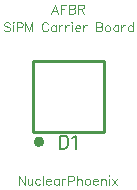
<source format=gto>
G04 Layer: TopSilkscreenLayer*
G04 EasyEDA v6.5.15, 2022-09-30 22:51:47*
G04 6c6a3108920e44c1b57cf9d56c6d46f1,9a5be75d700b4a6385dc1106f27949ae,10*
G04 Gerber Generator version 0.2*
G04 Scale: 100 percent, Rotated: No, Reflected: No *
G04 Dimensions in millimeters *
G04 leading zeros omitted , absolute positions ,4 integer and 5 decimal *
%FSLAX45Y45*%
%MOMM*%

%ADD10C,0.1200*%
%ADD11C,0.1000*%
%ADD12C,0.1524*%
%ADD13C,0.2540*%
%ADD14C,0.5000*%
%ADD15C,0.0140*%

%LPD*%
D10*
X1929084Y830823D02*
G01*
X1900128Y754369D01*
X1929084Y830823D02*
G01*
X1958294Y754369D01*
X1910796Y779769D02*
G01*
X1947372Y779769D01*
X1982170Y830823D02*
G01*
X1982170Y754369D01*
X1982170Y830823D02*
G01*
X2029414Y830823D01*
X1982170Y794247D02*
G01*
X2011380Y794247D01*
X2053544Y830823D02*
G01*
X2053544Y754369D01*
X2053544Y830823D02*
G01*
X2086056Y830823D01*
X2096978Y827013D01*
X2100788Y823457D01*
X2104344Y816091D01*
X2104344Y808979D01*
X2100788Y801613D01*
X2096978Y798057D01*
X2086056Y794247D01*
X2053544Y794247D02*
G01*
X2086056Y794247D01*
X2096978Y790691D01*
X2100788Y787135D01*
X2104344Y779769D01*
X2104344Y768847D01*
X2100788Y761735D01*
X2096978Y757925D01*
X2086056Y754369D01*
X2053544Y754369D01*
X2128474Y830823D02*
G01*
X2128474Y754369D01*
X2128474Y830823D02*
G01*
X2160986Y830823D01*
X2171908Y827013D01*
X2175718Y823457D01*
X2179274Y816091D01*
X2179274Y808979D01*
X2175718Y801613D01*
X2171908Y798057D01*
X2160986Y794247D01*
X2128474Y794247D01*
X2153874Y794247D02*
G01*
X2179274Y754369D01*
D11*
X1624896Y-619252D02*
G01*
X1624896Y-695705D01*
X1624896Y-619252D02*
G01*
X1675950Y-695705D01*
X1675950Y-619252D02*
G01*
X1675950Y-695705D01*
X1699826Y-644652D02*
G01*
X1699826Y-680973D01*
X1703636Y-691895D01*
X1710748Y-695705D01*
X1721670Y-695705D01*
X1729036Y-691895D01*
X1739958Y-680973D01*
X1739958Y-644652D02*
G01*
X1739958Y-695705D01*
X1807522Y-655573D02*
G01*
X1800156Y-648462D01*
X1793044Y-644652D01*
X1782122Y-644652D01*
X1774756Y-648462D01*
X1767644Y-655573D01*
X1763834Y-666495D01*
X1763834Y-673862D01*
X1767644Y-684784D01*
X1774756Y-691895D01*
X1782122Y-695705D01*
X1793044Y-695705D01*
X1800156Y-691895D01*
X1807522Y-684784D01*
X1831652Y-619252D02*
G01*
X1831652Y-695705D01*
X1855528Y-666495D02*
G01*
X1899216Y-666495D01*
X1899216Y-659384D01*
X1895660Y-652018D01*
X1891850Y-648462D01*
X1884738Y-644652D01*
X1873816Y-644652D01*
X1866450Y-648462D01*
X1859084Y-655573D01*
X1855528Y-666495D01*
X1855528Y-673862D01*
X1859084Y-684784D01*
X1866450Y-691895D01*
X1873816Y-695705D01*
X1884738Y-695705D01*
X1891850Y-691895D01*
X1899216Y-684784D01*
X1966780Y-644652D02*
G01*
X1966780Y-695705D01*
X1966780Y-655573D02*
G01*
X1959668Y-648462D01*
X1952302Y-644652D01*
X1941380Y-644652D01*
X1934014Y-648462D01*
X1926902Y-655573D01*
X1923092Y-666495D01*
X1923092Y-673862D01*
X1926902Y-684784D01*
X1934014Y-691895D01*
X1941380Y-695705D01*
X1952302Y-695705D01*
X1959668Y-691895D01*
X1966780Y-684784D01*
X1990910Y-644652D02*
G01*
X1990910Y-695705D01*
X1990910Y-666495D02*
G01*
X1994466Y-655573D01*
X2001832Y-648462D01*
X2008944Y-644652D01*
X2019866Y-644652D01*
X2043996Y-619252D02*
G01*
X2043996Y-695705D01*
X2043996Y-619252D02*
G01*
X2076508Y-619252D01*
X2087430Y-622807D01*
X2091240Y-626618D01*
X2094796Y-633729D01*
X2094796Y-644652D01*
X2091240Y-652018D01*
X2087430Y-655573D01*
X2076508Y-659384D01*
X2043996Y-659384D01*
X2118926Y-619252D02*
G01*
X2118926Y-695705D01*
X2118926Y-659384D02*
G01*
X2129848Y-648462D01*
X2136960Y-644652D01*
X2147882Y-644652D01*
X2155248Y-648462D01*
X2158804Y-659384D01*
X2158804Y-695705D01*
X2200968Y-644652D02*
G01*
X2193602Y-648462D01*
X2186490Y-655573D01*
X2182934Y-666495D01*
X2182934Y-673862D01*
X2186490Y-684784D01*
X2193602Y-691895D01*
X2200968Y-695705D01*
X2211890Y-695705D01*
X2219256Y-691895D01*
X2226368Y-684784D01*
X2230178Y-673862D01*
X2230178Y-666495D01*
X2226368Y-655573D01*
X2219256Y-648462D01*
X2211890Y-644652D01*
X2200968Y-644652D01*
X2254054Y-666495D02*
G01*
X2297742Y-666495D01*
X2297742Y-659384D01*
X2294186Y-652018D01*
X2290376Y-648462D01*
X2283264Y-644652D01*
X2272342Y-644652D01*
X2264976Y-648462D01*
X2257610Y-655573D01*
X2254054Y-666495D01*
X2254054Y-673862D01*
X2257610Y-684784D01*
X2264976Y-691895D01*
X2272342Y-695705D01*
X2283264Y-695705D01*
X2290376Y-691895D01*
X2297742Y-684784D01*
X2321618Y-644652D02*
G01*
X2321618Y-695705D01*
X2321618Y-659384D02*
G01*
X2332540Y-648462D01*
X2339906Y-644652D01*
X2350828Y-644652D01*
X2358194Y-648462D01*
X2361750Y-659384D01*
X2361750Y-695705D01*
X2385626Y-619252D02*
G01*
X2389436Y-622807D01*
X2392992Y-619252D01*
X2389436Y-615695D01*
X2385626Y-619252D01*
X2389436Y-644652D02*
G01*
X2389436Y-695705D01*
X2417122Y-644652D02*
G01*
X2457000Y-695705D01*
X2457000Y-644652D02*
G01*
X2417122Y-695705D01*
D10*
X1550873Y669803D02*
G01*
X1543507Y677169D01*
X1532839Y680725D01*
X1518107Y680725D01*
X1507185Y677169D01*
X1500073Y669803D01*
X1500073Y662437D01*
X1503629Y655325D01*
X1507185Y651515D01*
X1514551Y647959D01*
X1536395Y640847D01*
X1543507Y637037D01*
X1547317Y633481D01*
X1550873Y626115D01*
X1550873Y615193D01*
X1543507Y608081D01*
X1532839Y604271D01*
X1518107Y604271D01*
X1507185Y608081D01*
X1500073Y615193D01*
X1575003Y680725D02*
G01*
X1578559Y677169D01*
X1582115Y680725D01*
X1578559Y684281D01*
X1575003Y680725D01*
X1578559Y655325D02*
G01*
X1578559Y604271D01*
X1606245Y680725D02*
G01*
X1606245Y604271D01*
X1606245Y680725D02*
G01*
X1639011Y680725D01*
X1649933Y677169D01*
X1653489Y673359D01*
X1657045Y666247D01*
X1657045Y655325D01*
X1653489Y647959D01*
X1649933Y644403D01*
X1639011Y640847D01*
X1606245Y640847D01*
X1681175Y680725D02*
G01*
X1681175Y604271D01*
X1681175Y680725D02*
G01*
X1710131Y604271D01*
X1739341Y680725D02*
G01*
X1710131Y604271D01*
X1739341Y680725D02*
G01*
X1739341Y604271D01*
X1873707Y662437D02*
G01*
X1870151Y669803D01*
X1862785Y677169D01*
X1855673Y680725D01*
X1841195Y680725D01*
X1833829Y677169D01*
X1826463Y669803D01*
X1822907Y662437D01*
X1819351Y651515D01*
X1819351Y633481D01*
X1822907Y622559D01*
X1826463Y615193D01*
X1833829Y608081D01*
X1841195Y604271D01*
X1855673Y604271D01*
X1862785Y608081D01*
X1870151Y615193D01*
X1873707Y622559D01*
X1941525Y655325D02*
G01*
X1941525Y604271D01*
X1941525Y644403D02*
G01*
X1934159Y651515D01*
X1926793Y655325D01*
X1915871Y655325D01*
X1908759Y651515D01*
X1901393Y644403D01*
X1897837Y633481D01*
X1897837Y626115D01*
X1901393Y615193D01*
X1908759Y608081D01*
X1915871Y604271D01*
X1926793Y604271D01*
X1934159Y608081D01*
X1941525Y615193D01*
X1965401Y655325D02*
G01*
X1965401Y604271D01*
X1965401Y633481D02*
G01*
X1969211Y644403D01*
X1976323Y651515D01*
X1983689Y655325D01*
X1994611Y655325D01*
X2018487Y655325D02*
G01*
X2018487Y604271D01*
X2018487Y633481D02*
G01*
X2022297Y644403D01*
X2029409Y651515D01*
X2036775Y655325D01*
X2047697Y655325D01*
X2071573Y680725D02*
G01*
X2075383Y677169D01*
X2078939Y680725D01*
X2075383Y684281D01*
X2071573Y680725D01*
X2075383Y655325D02*
G01*
X2075383Y604271D01*
X2102815Y633481D02*
G01*
X2146503Y633481D01*
X2146503Y640847D01*
X2142947Y647959D01*
X2139391Y651515D01*
X2132025Y655325D01*
X2121103Y655325D01*
X2113737Y651515D01*
X2106625Y644403D01*
X2102815Y633481D01*
X2102815Y626115D01*
X2106625Y615193D01*
X2113737Y608081D01*
X2121103Y604271D01*
X2132025Y604271D01*
X2139391Y608081D01*
X2146503Y615193D01*
X2170633Y655325D02*
G01*
X2170633Y604271D01*
X2170633Y633481D02*
G01*
X2174189Y644403D01*
X2181555Y651515D01*
X2188667Y655325D01*
X2199589Y655325D01*
X2279599Y680725D02*
G01*
X2279599Y604271D01*
X2279599Y680725D02*
G01*
X2312365Y680725D01*
X2323287Y677169D01*
X2326843Y673359D01*
X2330653Y666247D01*
X2330653Y658881D01*
X2326843Y651515D01*
X2323287Y647959D01*
X2312365Y644403D01*
X2279599Y644403D02*
G01*
X2312365Y644403D01*
X2323287Y640847D01*
X2326843Y637037D01*
X2330653Y629925D01*
X2330653Y619003D01*
X2326843Y611637D01*
X2323287Y608081D01*
X2312365Y604271D01*
X2279599Y604271D01*
X2372817Y655325D02*
G01*
X2365451Y651515D01*
X2358085Y644403D01*
X2354529Y633481D01*
X2354529Y626115D01*
X2358085Y615193D01*
X2365451Y608081D01*
X2372817Y604271D01*
X2383739Y604271D01*
X2390851Y608081D01*
X2398217Y615193D01*
X2401773Y626115D01*
X2401773Y633481D01*
X2398217Y644403D01*
X2390851Y651515D01*
X2383739Y655325D01*
X2372817Y655325D01*
X2469337Y655325D02*
G01*
X2469337Y604271D01*
X2469337Y644403D02*
G01*
X2462225Y651515D01*
X2454859Y655325D01*
X2443937Y655325D01*
X2436825Y651515D01*
X2429459Y644403D01*
X2425903Y633481D01*
X2425903Y626115D01*
X2429459Y615193D01*
X2436825Y608081D01*
X2443937Y604271D01*
X2454859Y604271D01*
X2462225Y608081D01*
X2469337Y615193D01*
X2493467Y655325D02*
G01*
X2493467Y604271D01*
X2493467Y633481D02*
G01*
X2497023Y644403D01*
X2504389Y651515D01*
X2511755Y655325D01*
X2522423Y655325D01*
X2590241Y680725D02*
G01*
X2590241Y604271D01*
X2590241Y644403D02*
G01*
X2582875Y651515D01*
X2575509Y655325D01*
X2564841Y655325D01*
X2557475Y651515D01*
X2550109Y644403D01*
X2546553Y633481D01*
X2546553Y626115D01*
X2550109Y615193D01*
X2557475Y608081D01*
X2564841Y604271D01*
X2575509Y604271D01*
X2582875Y608081D01*
X2590241Y615193D01*
D12*
X1972614Y-278973D02*
G01*
X1972614Y-387939D01*
X1972614Y-278973D02*
G01*
X2008936Y-278973D01*
X2024684Y-284053D01*
X2034844Y-294467D01*
X2040178Y-304881D01*
X2045258Y-320629D01*
X2045258Y-346537D01*
X2040178Y-362031D01*
X2034844Y-372445D01*
X2024684Y-382859D01*
X2008936Y-387939D01*
X1972614Y-387939D01*
X2079548Y-299801D02*
G01*
X2089962Y-294467D01*
X2105710Y-278973D01*
X2105710Y-387939D01*
D13*
X1748541Y-248920D02*
G01*
X2348539Y-248920D01*
X2348539Y351078D01*
X1748541Y351078D01*
X1748541Y-248920D01*
D14*
G75*
G01
X1815991Y-331000D02*
G03X1815991Y-331000I-19990J0D01*
M02*

</source>
